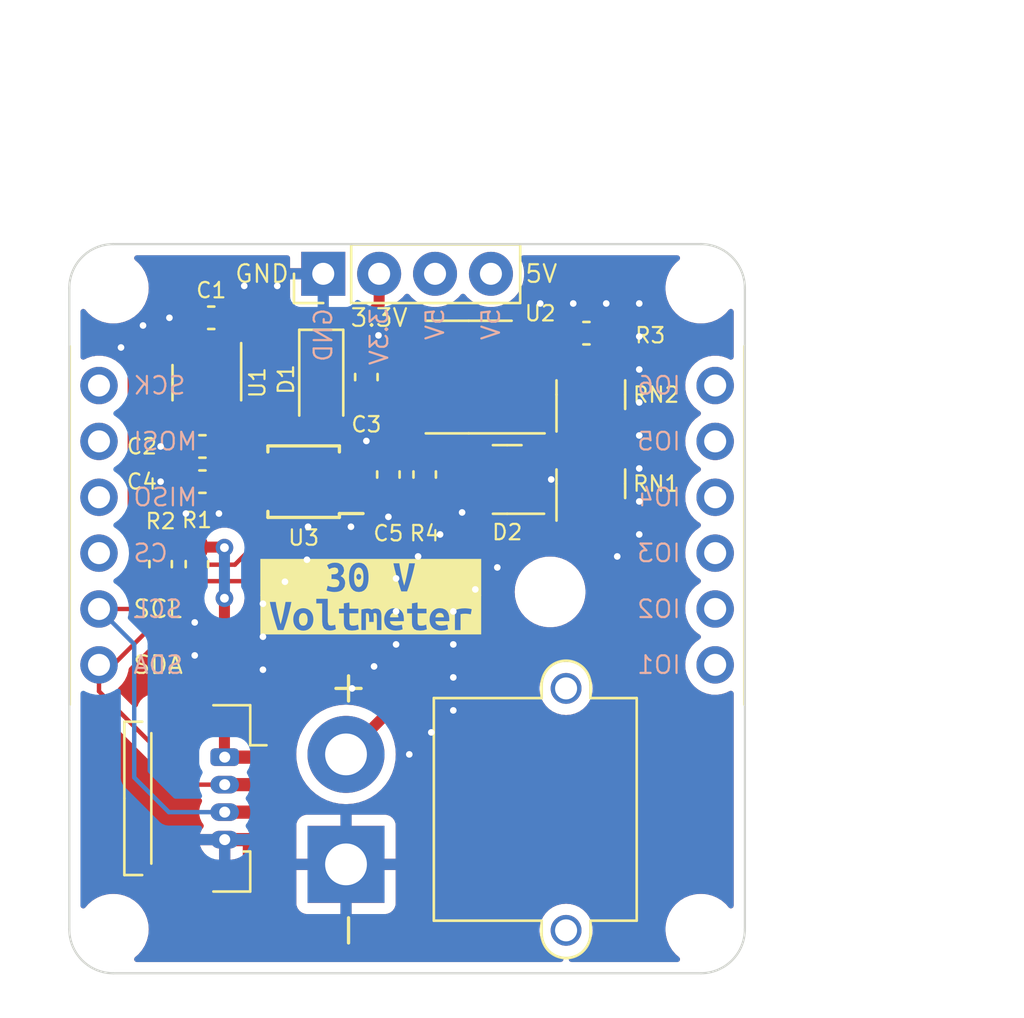
<source format=kicad_pcb>
(kicad_pcb (version 20211014) (generator pcbnew)
  (layers (0 "F.Cu" signal) (31 "B.Cu" signal) (34 "B.Paste" user) (35 "F.Paste" user) (36 "B.SilkS" user "B.Silkscreen") (37 "F.SilkS" user "F.Silkscreen") (38 "B.Mask" user) (39 "F.Mask" user) (44 "Edge.Cuts" user))
  (net 0 "")
  (net 1 "+3.3V")
  (net 2 "GND")
  (net 4 "+3V0")
  (net 5 "/VIN_DIV")
  (net 7 "/VIN+")
  (net 8 "/VOUT")
  (net 9 "/A2-")
  (net 11 "/AIN0")
  (net 14 "/SDA")
  (net 15 "/SCL")
  (net 16 "/A2+{slash}A1-")
  (net 17 "/A1_OUT")
  (footprint "Capacitor_SMD:C_0603_1608Metric" (layer "F.Cu") (at 132.95 93.65 180)
    (fp_text reference "C2" (at 2 0) (layer "F.SilkS") (effects (font (size 0.7 0.7) (thickness 0.1)) (justify right)))
    (fp_text value "1uF")
    (fp_line (start -0.14058 -0.51) (end 0.14058 -0.51) (layer "F.SilkS") (width 0.12))
    (fp_line (start -0.14058 0.51) (end 0.14058 0.51) (layer "F.SilkS") (width 0.12))
    (pad "1" smd roundrect (at -0.775 0 180) (size 0.9 0.95) (layers "F.Cu" "F.Paste" "F.Mask") (net 4 "+3V0"))
    (pad "2" smd roundrect (at 0.775 0 180) (size 0.9 0.95) (layers "F.Cu" "F.Paste" "F.Mask") (net 2 "GND"))
  )
  (footprint "Package_TO_SOT_SMD:SOT-23" (layer "F.Cu") (at 150.6 95.345 90)
    (fp_text reference "RN1" (at 0 1.85) (layer "F.SilkS") (effects (font (size 0.7 0.7) (thickness 0.1)) (justify left)))
    (fp_text value "MPMA10019001AT1")
    (fp_line (start 0 1.56) (end -0.65 1.56) (layer "F.SilkS") (width 0.12))
    (fp_line (start 0 -1.56) (end 0.65 -1.56) (layer "F.SilkS") (width 0.12))
    (fp_line (start 0 -1.56) (end -1.675 -1.56) (layer "F.SilkS") (width 0.12))
    (fp_line (start 0 1.56) (end 0.65 1.56) (layer "F.SilkS") (width 0.12))
    (pad "1" smd roundrect (at -0.9375 -0.95 90) (size 1.475 0.6) (layers "F.Cu" "F.Paste" "F.Mask") (net 2 "GND"))
    (pad "2" smd roundrect (at -0.9375 0.95 90) (size 1.475 0.6) (layers "F.Cu" "F.Paste" "F.Mask") (net 7 "/VIN+"))
    (pad "3" smd roundrect (at 0.9375 0 90) (size 1.475 0.6) (layers "F.Cu" "F.Paste" "F.Mask") (net 5 "/VIN_DIV"))
  )
  (footprint "Capacitor_SMD:C_0603_1608Metric" (layer "F.Cu") (at 131.05 99 -90)
    (fp_text reference "R2" (at -1.95 0 180) (layer "F.SilkS") (effects (font (size 0.7 0.7) (thickness 0.1))))
    (fp_text value "DNP")
    (fp_line (start -0.14058 -0.51) (end 0.14058 -0.51) (layer "F.SilkS") (width 0.12))
    (fp_line (start -0.14058 0.51) (end 0.14058 0.51) (layer "F.SilkS") (width 0.12))
    (pad "1" smd roundrect (at -0.775 0 270) (size 0.9 0.95) (layers "F.Cu" "F.Paste" "F.Mask") (net 1 "+3.3V"))
    (pad "2" smd roundrect (at 0.775 0 270) (size 0.9 0.95) (layers "F.Cu" "F.Paste" "F.Mask") (net 15 "/SCL"))
  )
  (footprint "Capacitor_SMD:C_0603_1608Metric" (layer "F.Cu") (at 141.4 94.925 -90)
    (fp_text reference "C5" (at 2.675 0 180) (layer "F.SilkS") (effects (font (size 0.7 0.7) (thickness 0.1))))
    (fp_text value "1uF")
    (fp_line (start -0.14058 -0.51) (end 0.14058 -0.51) (layer "F.SilkS") (width 0.12))
    (fp_line (start -0.14058 0.51) (end 0.14058 0.51) (layer "F.SilkS") (width 0.12))
    (pad "1" smd roundrect (at -0.775 0 270) (size 0.9 0.95) (layers "F.Cu" "F.Paste" "F.Mask") (net 11 "/AIN0"))
    (pad "2" smd roundrect (at 0.775 0 270) (size 0.9 0.95) (layers "F.Cu" "F.Paste" "F.Mask") (net 2 "GND"))
  )
  (footprint "0_connectors:AMASS_XT30PW-M_1x02_P2.50mm_Horizontal" (layer "F.Cu") (at 139.475 112.65 -90)
    (fp_text reference "J1" hide)
    (fp_text value "XT30PW-M")
    (fp_text user "-" (at 3 0 -270) (layer "F.SilkS") (effects (font (size 1.5 1.5))))
    (fp_text user "+" (at -8 0 -270) (layer "F.SilkS") (effects (font (size 1.5 1.5))))
    (fp_line (start 2.56 -11.11) (end 3.15 -11.11) (layer "F.SilkS") (width 0.12))
    (fp_line (start 2.56 -8.89) (end 3.15 -8.89) (layer "F.SilkS") (width 0.12))
    (fp_line (start 2.56 -13.21) (end 2.56 -11.11) (layer "F.SilkS") (width 0.12))
    (fp_line (start -7.56 -3.99) (end 2.56 -3.99) (layer "F.SilkS") (width 0.12))
    (fp_line (start -7.56 -8.89) (end -7.56 -3.99) (layer "F.SilkS") (width 0.12))
    (fp_line (start -7.56 -13.21) (end -7.56 -11.11) (layer "F.SilkS") (width 0.12))
    (fp_line (start -8.15 -8.89) (end -7.56 -8.89) (layer "F.SilkS") (width 0.12))
    (fp_line (start -7.56 -13.21) (end 2.56 -13.21) (layer "F.SilkS") (width 0.12))
    (fp_line (start 2.56 -8.89) (end 2.56 -3.99) (layer "F.SilkS") (width 0.12))
    (fp_line (start -8.15 -11.11) (end -7.56 -11.11) (layer "F.SilkS") (width 0.12))
    (fp_arc (start 3.15 -11.11) (mid 4.26 -10) (end 3.15 -8.89) (layer "F.SilkS") (width 0.12))
    (fp_arc (start -8.15 -8.89) (mid -9.26 -10) (end -8.15 -11.11) (layer "F.SilkS") (width 0.12))
    (pad "" thru_hole circle (at 3 -10 270) (size 1.4 1.4) (drill 1) (layers *.Cu *.Mask))
    (pad "" thru_hole circle (at -8 -10 270) (size 1.4 1.4) (drill 1) (layers *.Cu *.Mask))
    (pad "1" thru_hole rect (at 0 0 270) (size 3.5 3.5) (drill 1.9) (layers *.Cu *.Mask) (net 2 "GND"))
    (pad "2" thru_hole circle (at -5 0 270) (size 3.5 3.5) (drill 1.9) (layers *.Cu *.Mask) (net 7 "/VIN+"))
  )
  (footprint "Package_TO_SOT_SMD:SOT-23" (layer "F.Cu") (at 146.8 95.15 180)
    (fp_text reference "D2" (at 0 -2.4) (layer "F.SilkS") (effects (font (size 0.7 0.7) (thickness 0.1))))
    (fp_text value "DAZ23C3V0-7-F")
    (fp_line (start 0 -1.56) (end -1.675 -1.56) (layer "F.SilkS") (width 0.12))
    (fp_line (start 0 1.56) (end -0.65 1.56) (layer "F.SilkS") (width 0.12))
    (fp_line (start 0 1.56) (end 0.65 1.56) (layer "F.SilkS") (width 0.12))
    (fp_line (start 0 -1.56) (end 0.65 -1.56) (layer "F.SilkS") (width 0.12))
    (pad "1" smd roundrect (at -0.9375 -0.95 180) (size 1.475 0.6) (layers "F.Cu" "F.Paste" "F.Mask") (net 2 "GND"))
    (pad "2" smd roundrect (at -0.9375 0.95 180) (size 1.475 0.6) (layers "F.Cu" "F.Paste" "F.Mask") (net 5 "/VIN_DIV"))
    (pad "3" smd roundrect (at 0.9375 0 180) (size 1.475 0.6) (layers "F.Cu" "F.Paste" "F.Mask"))
  )
  (footprint "Package_SO:TSSOP-10_3x3mm_P0.5mm" (layer "F.Cu") (at 137.55 95.25 180)
    (fp_text reference "U3" (at 0 -2.55) (layer "F.SilkS") (effects (font (size 0.7 0.7) (thickness 0.1))))
    (fp_text value "ADS1113IDGS")
    (fp_line (start -1.625 1.625) (end 1.625 1.625) (layer "F.SilkS") (width 0.15))
    (fp_line (start -1.625 1.625) (end -1.625 1.35) (layer "F.SilkS") (width 0.15))
    (fp_line (start 1.625 -1.625) (end 1.625 -1.35) (layer "F.SilkS") (width 0.15))
    (fp_line (start -1.625 -1.45) (end -2.7 -1.45) (layer "F.SilkS") (width 0.15))
    (fp_line (start -1.625 -1.625) (end -1.625 -1.45) (layer "F.SilkS") (width 0.15))
    (fp_line (start -1.625 -1.625) (end 1.625 -1.625) (layer "F.SilkS") (width 0.15))
    (fp_line (start 1.625 1.625) (end 1.625 1.35) (layer "F.SilkS") (width 0.15))
    (pad "1" smd rect (at -2.15 -1 180) (size 1.1 0.25) (layers "F.Cu" "F.Paste" "F.Mask") (net 2 "GND"))
    (pad "2" smd rect (at -2.15 -0.5 180) (size 1.1 0.25) (layers "F.Cu" "F.Paste" "F.Mask"))
    (pad "3" smd rect (at -2.15 0 180) (size 1.1 0.25) (layers "F.Cu" "F.Paste" "F.Mask") (net 2 "GND"))
    (pad "4" smd rect (at -2.15 0.5 180) (size 1.1 0.25) (layers "F.Cu" "F.Paste" "F.Mask") (net 11 "/AIN0"))
    (pad "5" smd rect (at -2.15 1 180) (size 1.1 0.25) (layers "F.Cu" "F.Paste" "F.Mask") (net 2 "GND"))
    (pad "6" smd rect (at 2.15 1 180) (size 1.1 0.25) (layers "F.Cu" "F.Paste" "F.Mask"))
    (pad "7" smd rect (at 2.15 0.5 180) (size 1.1 0.25) (layers "F.Cu" "F.Paste" "F.Mask"))
    (pad "8" smd rect (at 2.15 0 180) (size 1.1 0.25) (layers "F.Cu" "F.Paste" "F.Mask") (net 4 "+3V0"))
    (pad "9" smd rect (at 2.15 -0.5 180) (size 1.1 0.25) (layers "F.Cu" "F.Paste" "F.Mask") (net 14 "/SDA"))
    (pad "10" smd rect (at 2.15 -1 180) (size 1.1 0.25) (layers "F.Cu" "F.Paste" "F.Mask") (net 15 "/SCL"))
  )
  (footprint "Package_SO:SOIC-8_3.9x4.9mm_P1.27mm" (layer "F.Cu") (at 145.050001 90.495 180)
    (fp_text reference "U2" (at -3.249999 2.895) (layer "F.SilkS") (effects (font (size 0.7 0.7) (thickness 0.1))))
    (fp_text value "OPA2336")
    (fp_line (start 0 2.56) (end 1.95 2.56) (layer "F.SilkS") (width 0.12))
    (fp_line (start 0 2.56) (end -1.95 2.56) (layer "F.SilkS") (width 0.12))
    (fp_line (start 0 -2.56) (end -3.45 -2.56) (layer "F.SilkS") (width 0.12))
    (fp_line (start 0 -2.56) (end 1.95 -2.56) (layer "F.SilkS") (width 0.12))
    (pad "1" smd roundrect (at -2.475 -1.905 180) (size 1.95 0.6) (layers "F.Cu" "F.Paste" "F.Mask") (net 8 "/VOUT"))
    (pad "2" smd roundrect (at -2.475 -0.635 180) (size 1.95 0.6) (layers "F.Cu" "F.Paste" "F.Mask") (net 9 "/A2-"))
    (pad "3" smd roundrect (at -2.475 0.635 180) (size 1.95 0.6) (layers "F.Cu" "F.Paste" "F.Mask") (net 16 "/A2+{slash}A1-"))
    (pad "4" smd roundrect (at -2.475 1.905 180) (size 1.95 0.6) (layers "F.Cu" "F.Paste" "F.Mask") (net 2 "GND"))
    (pad "5" smd roundrect (at 2.475 1.905 180) (size 1.95 0.6) (layers "F.Cu" "F.Paste" "F.Mask") (net 2 "GND"))
    (pad "6" smd roundrect (at 2.475 0.635 180) (size 1.95 0.6) (layers "F.Cu" "F.Paste" "F.Mask") (net 16 "/A2+{slash}A1-"))
    (pad "7" smd roundrect (at 2.475 -0.635 180) (size 1.95 0.6) (layers "F.Cu" "F.Paste" "F.Mask") (net 17 "/A1_OUT"))
    (pad "8" smd roundrect (at 2.475 -1.905 180) (size 1.95 0.6) (layers "F.Cu" "F.Paste" "F.Mask") (net 4 "+3V0"))
  )
  (footprint "kibuzzard-638A3310" (layer "F.Cu") (at 140.6 101.3)
    (fp_text reference "kibuzzard-638A3310" hide)
    (fp_text value "G***" hide)
    (fp_poly (pts (xy -3.264853 0.211534) (xy -3.253244 0.329168) (xy -3.218418 0.422037) (xy -3.157795 0.482402) (xy -3.068796 0.502523) (xy -2.981861 0.482402) (xy -2.919174 0.422037) (xy -2.881253 0.329168) (xy -2.868613 0.211534) (xy -2.880221 0.094159) (xy -2.915047 0.002064) (xy -2.97567 -0.057527) (xy -3.064669 -0.077391) (xy -3.151604 -0.057527) (xy -3.214291 0.002064) (xy -3.252212 0.094159) (xy -3.264853 0.211534)) (layer "F.SilkS") (width 0) (fill solid))
    (fp_poly (pts (xy 3.322638 0.118666) (xy 3.312319 0.043339) (xy 3.279299 -0.021669) (xy 3.221514 -0.068104) (xy 3.134836 -0.085646) (xy 3.049191 -0.069136) (xy 2.989342 -0.023733) (xy 2.952194 0.042307) (xy 2.934653 0.118666) (xy 3.322638 0.118666)) (layer "F.SilkS") (width 0) (fill solid))
    (fp_poly (pts (xy -4.587716 -0.895324) (xy -5.017664 -0.895324) (xy -5.017664 0.895324) (xy -4.587716 0.895324) (xy -4.230688 0.895324) (xy -4.230688 0.696516) (xy -4.281765 0.54483) (xy -4.335939 0.374571) (xy -4.372398 0.254988) (xy -4.407482 0.135634) (xy -4.44119 0.01651) (xy -4.473063 -0.100321) (xy -4.502644 -0.212796) (xy -4.529931 -0.320913) (xy -4.563983 -0.465376) (xy -4.587716 -0.580946) (xy -4.319429 -0.580946) (xy -4.303951 -0.473889) (xy -4.282281 -0.350838) (xy -4.256226 -0.217726) (xy -4.227592 -0.080486) (xy -4.196636 0.057785) (xy -4.163616 0.193992) (xy -4.129822 0.322203) (xy -4.096544 0.436483) (xy -4.063524 0.323751) (xy -4.030504 0.196056) (xy -3.998516 0.059849) (xy -3.968591 -0.078423) (xy -3.940731 -0.21592) (xy -3.914934 -0.349806) (xy -3.892233 -0.473631) (xy -3.873659 -0.580946) (xy -3.607435 -0.580946) (xy -3.635038 -0.449898) (xy -3.668316 -0.304403) (xy -3.707011 -0.147816) (xy -3.750866 0.01651) (xy -3.782854 0.129328) (xy -3.816906 0.243523) (xy -3.853021 0.359093) (xy -3.890627 0.474089) (xy -3.929151 0.586564) (xy -3.968591 0.696516) (xy -4.230688 0.696516) (xy -4.230688 0.895324) (xy -3.064669 0.895324) (xy -3.064669 0.723344) (xy -3.162955 0.714058) (xy -3.251438 0.686197) (xy -3.329345 0.64131) (xy -3.395901 0.580946) (xy -3.449816 0.506393) (xy -3.489801 0.418941) (xy -3.514566 0.319623) (xy -3.522821 0.209471) (xy -3.514308 0.100866) (xy -3.488769 0.002064) (xy -3.44801 -0.08513) (xy -3.393837 -0.158909) (xy -3.327023 -0.218242) (xy -3.248343 -0.262096) (xy -3.160117 -0.289183) (xy -3.064669 -0.298212) (xy -2.96793 -0.289183) (xy -2.879963 -0.262096) (xy -2.802057 -0.218242) (xy -2.735501 -0.158909) (xy -2.681585 -0.08513) (xy -2.6416 0.002064) (xy -2.616835 0.100866) (xy -2.60858 0.209471) (xy -2.616835 0.319623) (xy -2.6416 0.418941) (xy -2.681327 0.506393) (xy -2.734469 0.580946) (xy -2.800251 0.64131) (xy -2.877899 0.686197) (xy -2.966383 0.714058) (xy -3.064669 0.723344) (xy -3.064669 0.895324) (xy -1.871821 0.895324) (xy -1.871821 0.719217) (xy -2.023507 0.693162) (xy -2.127726 0.614998) (xy -2.188091 0.486787) (xy -2.208213 0.310594) (xy -2.208213 -0.512842) (xy -2.4765 -0.512842) (xy -2.4765 -0.723344) (xy -1.954371 -0.723344) (xy -1.954371 0.329168) (xy -1.91516 0.463312) (xy -1.8161 0.498396) (xy -1.688148 0.477758) (xy -1.620044 0.450929) (xy -1.587024 0.655241) (xy -1.614884 0.669687) (xy -1.671638 0.691356) (xy -1.757283 0.710962) (xy -1.871821 0.719217) (xy -1.871821 0.895324) (xy -0.854393 0.895324) (xy -0.854393 0.719217) (xy -1.011238 0.704771) (xy -1.126808 0.649049) (xy -1.199039 0.532448) (xy -1.217612 0.445512) (xy -1.223804 0.335359) (xy -1.223804 -0.062944) (xy -1.444625 -0.062944) (xy -1.444625 -0.273447) (xy -1.223804 -0.273447) (xy -1.223804 -0.516969) (xy -0.969963 -0.558244) (xy -0.969963 -0.273447) (xy -0.563404 -0.273447) (xy -0.563404 -0.062944) (xy -0.969963 -0.062944) (xy -0.969963 0.329168) (xy -0.959644 0.415846) (xy -0.930751 0.467439) (xy -0.885349 0.492204) (xy -0.8255 0.498396) (xy -0.760492 0.496332) (xy -0.702707 0.489109) (xy -0.644922 0.473631) (xy -0.579914 0.446802) (xy -0.54483 0.665559) (xy -0.696516 0.706834) (xy -0.854393 0.719217) (xy -0.854393 0.895324) (xy 0.484981 0.895324) (xy 0.484981 0.696516) (xy 0.278606 0.696516) (xy 0.278606 0.104219) (xy 0.271383 0.011351) (xy 0.252809 -0.042307) (xy 0.225981 -0.067072) (xy 0.193993 -0.073263) (xy 0.154781 -0.070168) (xy 0.117634 -0.058817) (xy 0.127952 0.027861) (xy 0.13208 0.133112) (xy 0.13208 0.327104) (xy -0.074295 0.327104) (xy -0.074295 0.104219) (xy -0.093901 -0.034052) (xy -0.156845 -0.073263) (xy -0.186769 -0.071199) (xy -0.220821 -0.065008) (xy -0.220821 0.696516) (xy -0.427196 0.696516) (xy -0.427196 -0.236299) (xy -0.268288 -0.271383) (xy -0.130016 -0.283766) (xy -0.034052 -0.270351) (xy 0.039211 -0.225981) (xy 0.121761 -0.266224) (xy 0.220821 -0.283766) (xy 0.352901 -0.259001) (xy 0.434419 -0.184706) (xy 0.474662 -0.059849) (xy 0.482402 0.021927) (xy 0.484981 0.116602) (xy 0.484981 0.696516) (xy 0.484981 0.895324) (xy 1.141254 0.895324) (xy 1.141254 0.719217) (xy 1.023878 0.71122) (xy 0.919401 0.687229) (xy 0.828596 0.647502) (xy 0.752237 0.592296) (xy 0.691098 0.521871) (xy 0.645954 0.436483) (xy 0.618093 0.335875) (xy 0.608806 0.219789) (xy 0.618609 0.099576) (xy 0.648018 -0.005159) (xy 0.69342 -0.094159) (xy 0.751205 -0.167164) (xy 0.819825 -0.224175) (xy 0.897731 -0.265192) (xy 0.981313 -0.289957) (xy 1.066959 -0.298212) (xy 1.19858 -0.28411) (xy 1.307271 -0.241803) (xy 1.393031 -0.171291) (xy 1.454944 -0.073722) (xy 1.492091 0.049759) (xy 1.504474 0.199152) (xy 1.503442 0.250746) (xy 1.500346 0.294084) (xy 0.870903 0.294084) (xy 0.890508 0.378956) (xy 0.949325 0.443706) (xy 1.039098 0.484723) (xy 1.151572 0.498396) (xy 1.297067 0.481886) (xy 1.413669 0.448866) (xy 1.448753 0.665559) (xy 1.308417 0.703739) (xy 1.141254 0.719217) (xy 1.141254 0.895324) (xy 2.241232 0.895324) (xy 2.241232 0.719217) (xy 2.084387 0.704771) (xy 1.968818 0.649049) (xy 1.896586 0.532448) (xy 1.878012 0.445512) (xy 1.871821 0.335359) (xy 1.871821 -0.062944) (xy 1.651 -0.062944) (xy 1.651 -0.273447) (xy 1.871821 -0.273447) (xy 1.871821 -0.516969) (xy 2.125663 -0.558244) (xy 2.125663 -0.273447) (xy 2.532221 -0.273447) (xy 2.532221 -0.062944) (xy 2.125663 -0.062944) (xy 2.125663 0.329168) (xy 2.135981 0.415846) (xy 2.164874 0.467439) (xy 2.210276 0.492204) (xy 2.270125 0.498396) (xy 2.335133 0.496332) (xy 2.392918 0.489109) (xy 2.450703 0.473631) (xy 2.515711 0.446802) (xy 2.550795 0.665559) (xy 2.399109 0.706834) (xy 2.241232 0.719217) (xy 2.241232 0.895324) (xy 3.205004 0.895324) (xy 3.205004 0.719217) (xy 3.087628 0.71122) (xy 2.983151 0.687229) (xy 2.892346 0.647502) (xy 2.815987 0.592296) (xy 2.754848 0.521871) (xy 2.709704 0.436483) (xy 2.681843 0.335875) (xy 2.672556 0.219789) (xy 2.682359 0.099576) (xy 2.711768 -0.005159) (xy 2.75717 -0.094159) (xy 2.814955 -0.167164) (xy 2.883575 -0.224175) (xy 2.961481 -0.265192) (xy 3.045063 -0.289957) (xy 3.130709 -0.298212) (xy 3.26233 -0.28411) (xy 3.371021 -0.241803) (xy 3.456781 -0.171291) (xy 3.518694 -0.073722) (xy 3.555841 0.049759) (xy 3.568224 0.199152) (xy 3.567192 0.250746) (xy 3.564096 0.294084) (xy 2.934653 0.294084) (xy 2.954258 0.378956) (xy 3.013075 0.443706) (xy 3.102848 0.484723) (xy 3.215323 0.498396) (xy 3.360817 0.481886) (xy 3.477419 0.448866) (xy 3.512503 0.665559) (xy 3.372167 0.703739) (xy 3.205004 0.719217) (xy 3.205004 0.895324) (xy 4.080034 0.895324) (xy 4.080034 0.696516) (xy 3.824129 0.696516) (xy 3.824129 -0.209471) (xy 3.926542 -0.243007) (xy 4.031536 -0.269319) (xy 4.146848 -0.286345) (xy 4.280218 -0.292021) (xy 4.339034 -0.289957) (xy 4.420553 -0.282734) (xy 4.508262 -0.270351) (xy 4.587716 -0.250746) (xy 4.542314 -0.015478) (xy 4.483497 -0.027861) (xy 4.414361 -0.039211) (xy 4.346258 -0.046434) (xy 4.290536 -0.048498) (xy 4.185285 -0.043339) (xy 4.080034 -0.023733) (xy 4.080034 0.696516) (xy 4.080034 0.895324) (xy 4.587716 0.895324) (xy 5.017664 0.895324) (xy 5.017664 -0.895324) (xy 4.587716 -0.895324) (xy -4.587716 -0.895324)) (layer "F.SilkS") (width 0) (fill solid))
    (fp_poly (pts (xy 1.258888 0.118666) (xy 1.248569 0.043339) (xy 1.215549 -0.021669) (xy 1.157764 -0.068104) (xy 1.071086 -0.085646) (xy 0.985441 -0.069136) (xy 0.925592 -0.023733) (xy 0.888444 0.042307) (xy 0.870903 0.118666) (xy 1.258888 0.118666)) (layer "F.SilkS") (width 0) (fill solid))
  )
  (footprint "MountingHole:MountingHole_2.2mm_M2" (layer "F.Cu") (at 155.6 115.6)
    (fp_text reference "H2" hide)
    (fp_text value "MountingHole")
    (pad "" np_thru_hole circle (at 0 0) (size 2.2 2.2) (drill 2.2) (layers *.Cu *.Mask))
  )
  (footprint "Capacitor_SMD:C_0603_1608Metric" (layer "F.Cu") (at 140.4 90.495 -90)
    (fp_text reference "C3" (at 2.155 0 180) (layer "F.SilkS") (effects (font (size 0.7 0.7) (thickness 0.1))))
    (fp_text value "62pF")
    (fp_line (start -0.14058 0.51) (end 0.14058 0.51) (layer "F.SilkS") (width 0.12))
    (fp_line (start -0.14058 -0.51) (end 0.14058 -0.51) (layer "F.SilkS") (width 0.12))
    (pad "1" smd roundrect (at -0.775 0 270) (size 0.9 0.95) (layers "F.Cu" "F.Paste" "F.Mask") (net 16 "/A2+{slash}A1-"))
    (pad "2" smd roundrect (at 0.775 0 270) (size 0.9 0.95) (layers "F.Cu" "F.Paste" "F.Mask") (net 17 "/A1_OUT"))
  )
  (footprint "Capacitor_SMD:C_0603_1608Metric" (layer "F.Cu") (at 150.4 88.5 180)
    (fp_text reference "R3" (at -2.15 -0.1) (layer "F.SilkS") (effects (font (size 0.7 0.7) (thickness 0.1)) (justify left)))
    (fp_text value "100k")
    (fp_line (start -0.14058 -0.51) (end 0.14058 -0.51) (layer "F.SilkS") (width 0.12))
    (fp_line (start -0.14058 0.51) (end 0.14058 0.51) (layer "F.SilkS") (width 0.12))
    (pad "1" smd roundrect (at -0.775 0 180) (size 0.9 0.95) (layers "F.Cu" "F.Paste" "F.Mask") (net 5 "/VIN_DIV"))
    (pad "2" smd roundrect (at 0.775 0 180) (size 0.9 0.95) (layers "F.Cu" "F.Paste" "F.Mask") (net 16 "/A2+{slash}A1-"))
  )
  (footprint "MountingHole:MountingHole_2.2mm_M2" (layer "F.Cu") (at 128.9 86.45)
    (fp_text reference "H1" hide)
    (fp_text value "MountingHole")
    (pad "" np_thru_hole circle (at 0 0) (size 2.2 2.2) (drill 2.2) (layers *.Cu *.Mask))
  )
  (footprint "Capacitor_SMD:C_0603_1608Metric" (layer "F.Cu") (at 133.35 87.8 180)
    (fp_text reference "C1" (at 0 1.25) (layer "F.SilkS") (effects (font (size 0.7 0.7) (thickness 0.1))))
    (fp_text value "1uF")
    (fp_line (start -0.14058 0.51) (end 0.14058 0.51) (layer "F.SilkS") (width 0.12))
    (fp_line (start -0.14058 -0.51) (end 0.14058 -0.51) (layer "F.SilkS") (width 0.12))
    (pad "1" smd roundrect (at -0.775 0 180) (size 0.9 0.95) (layers "F.Cu" "F.Paste" "F.Mask") (net 1 "+3.3V"))
    (pad "2" smd roundrect (at 0.775 0 180) (size 0.9 0.95) (layers "F.Cu" "F.Paste" "F.Mask") (net 2 "GND"))
  )
  (footprint "kibuzzard-638A335E" (layer "F.Cu") (at 140.6 99.6)
    (fp_text reference "kibuzzard-638A335E" hide)
    (fp_text value "G***" hide)
    (fp_poly (pts (xy -0.331232 -0.002064) (xy -0.337308 -0.136322) (xy -0.355538 -0.247421) (xy -0.385921 -0.335359) (xy -0.453251 -0.421263) (xy -0.545862 -0.449898) (xy -0.637183 -0.421263) (xy -0.704771 -0.335359) (xy -0.735727 -0.247421) (xy -0.754301 -0.136322) (xy -0.760492 -0.002064) (xy -0.754301 0.133341) (xy -0.735727 0.245128) (xy -0.704771 0.333296) (xy -0.637183 0.419199) (xy -0.545862 0.447834) (xy -0.543798 0.447196) (xy -0.543798 0.113506) (xy -0.628412 0.073263) (xy -0.659368 -0.022701) (xy -0.628412 -0.119698) (xy -0.543798 -0.160973) (xy -0.46228 -0.119698) (xy -0.430292 -0.022701) (xy -0.46228 0.073263) (xy -0.543798 0.113506) (xy -0.543798 0.447196) (xy -0.453251 0.419199) (xy -0.385921 0.333296) (xy -0.355538 0.245128) (xy -0.337308 0.133341) (xy -0.331232 -0.002064)) (layer "F.SilkS") (width 0) (fill solid))
    (fp_poly (pts (xy -2.009061 -0.83857) (xy -5.018696 -0.83857) (xy -5.018696 0.83857) (xy -2.009061 0.83857) (xy -1.654096 0.83857) (xy -1.654096 0.666591) (xy -1.754188 0.659368) (xy -1.855311 0.641826) (xy -1.945084 0.619125) (xy -2.009061 0.596424) (xy -1.959531 0.383857) (xy -1.836738 0.427196) (xy -1.75393 0.444222) (xy -1.656159 0.449898) (xy -1.545491 0.435967) (xy -1.473518 0.394176) (xy -1.420892 0.255905) (xy -1.441013 0.170001) (xy -1.501378 0.114538) (xy -1.592699 0.084356) (xy -1.705689 0.074295) (xy -1.784112 0.074295) (xy -1.784112 -0.136208) (xy -1.689179 -0.136208) (xy -1.610757 -0.144463) (xy -1.540589 -0.171291) (xy -1.490028 -0.220821) (xy -1.470422 -0.299244) (xy -1.512729 -0.409654) (xy -1.629331 -0.449898) (xy -1.772761 -0.426164) (xy -1.895554 -0.367348) (xy -1.986359 -0.553085) (xy -1.838801 -0.628412) (xy -1.741031 -0.657046) (xy -1.631394 -0.666591) (xy -1.531045 -0.659884) (xy -1.444625 -0.639763) (xy -1.313577 -0.564436) (xy -1.237218 -0.449898) (xy -1.212453 -0.307499) (xy -1.255792 -0.160973) (xy -1.371362 -0.053658) (xy -1.283395 -0.00258) (xy -1.217613 0.068104) (xy -1.176595 0.156329) (xy -1.162923 0.260032) (xy -1.191816 0.423069) (xy -1.280557 0.552053) (xy -1.348661 0.600551) (xy -1.433274 0.636667) (xy -1.534914 0.65911) (xy -1.654096 0.666591) (xy -1.654096 0.83857) (xy -0.545862 0.83857) (xy -0.545862 0.666591) (xy -0.678859 0.648247) (xy -0.788926 0.593213) (xy -0.876062 0.501491) (xy -0.925721 0.408107) (xy -0.961192 0.293053) (xy -0.982474 0.156329) (xy -0.989568 -0.002064) (xy -0.982345 -0.158651) (xy -0.960676 -0.294084) (xy -0.92456 -0.408365) (xy -0.873998 -0.501491) (xy -0.786174 -0.593213) (xy -0.676795 -0.648247) (xy -0.545862 -0.666591) (xy -0.412865 -0.648361) (xy -0.302798 -0.593672) (xy -0.215662 -0.502523) (xy -0.166003 -0.409719) (xy -0.130532 -0.295374) (xy -0.10925 -0.159489) (xy -0.102156 -0.002064) (xy -0.10925 0.156329) (xy -0.130532 0.293053) (xy -0.166003 0.408107) (xy -0.215662 0.501491) (xy -0.302798 0.593213) (xy -0.412865 0.648247) (xy -0.545862 0.666591) (xy -0.545862 0.83857) (xy 1.385808 0.83857) (xy 1.385808 0.639762) (xy 1.33473 0.488077) (xy 1.280557 0.317817) (xy 1.244097 0.198235) (xy 1.209014 0.078881) (xy 1.175306 -0.040243) (xy 1.143432 -0.157074) (xy 1.113852 -0.269549) (xy 1.086564 -0.377666) (xy 1.052512 -0.522129) (xy 1.028779 -0.637699) (xy 1.297067 -0.637699) (xy 1.312545 -0.530642) (xy 1.334214 -0.407591) (xy 1.360269 -0.274479) (xy 1.388904 -0.137239) (xy 1.41986 0.001032) (xy 1.45288 0.137239) (xy 1.486674 0.26545) (xy 1.519952 0.37973) (xy 1.552972 0.266998) (xy 1.585992 0.139303) (xy 1.61798 0.003096) (xy 1.647904 -0.135176) (xy 1.675765 -0.272673) (xy 1.701562 -0.406559) (xy 1.724263 -0.530384) (xy 1.742837 -0.637699) (xy 2.009061 -0.637699) (xy 1.981458 -0.506651) (xy 1.94818 -0.361156) (xy 1.909485 -0.204569) (xy 1.86563 -0.040243) (xy 1.833642 0.072575) (xy 1.79959 0.186769) (xy 1.763474 0.302339) (xy 1.725868 0.417336) (xy 1.687345 0.52981) (xy 1.647904 0.639762) (xy 1.385808 0.639762) (xy 1.385808 0.83857) (xy 2.009061 0.83857) (xy 5.018696 0.83857) (xy 5.018696 -0.83857) (xy 2.009061 -0.83857) (xy -2.009061 -0.83857)) (layer "F.SilkS") (width 0) (fill solid))
  )
  (footprint "Capacitor_SMD:C_0603_1608Metric" (layer "F.Cu") (at 132.7 99 -90)
    (fp_text reference "R1" (at -2 0 180) (layer "F.SilkS") (effects (font (size 0.7 0.7) (thickness 0.1))))
    (fp_text value "DNP")
    (fp_line (start -0.14058 0.51) (end 0.14058 0.51) (layer "F.SilkS") (width 0.12))
    (fp_line (start -0.14058 -0.51) (end 0.14058 -0.51) (layer "F.SilkS") (width 0.12))
    (pad "1" smd roundrect (at -0.775 0 270) (size 0.9 0.95) (layers "F.Cu" "F.Paste" "F.Mask") (net 1 "+3.3V"))
    (pad "2" smd roundrect (at 0.775 0 270) (size 0.9 0.95) (layers "F.Cu" "F.Paste" "F.Mask") (net 14 "/SDA"))
  )
  (footprint "0_connectors:Hat_connector_hole" (layer "F.Cu") (at 142.25 94.69)
    (fp_text reference "J3" hide)
    (fp_text value "Hat_connector_hole")
    (fp_text user "IO3" (at 12.5 3.81 unlocked) (layer "B.SilkS") (effects (font (size 0.8 0.8) (thickness 0.1)) (justify left mirror)))
    (fp_text user "5V" (at 1.27 -7.39 90 unlocked) (layer "B.SilkS") (effects (font (size 0.8 0.8) (thickness 0.1)) (justify left mirror)))
    (fp_text user "5V" (at 3.81 -7.39 90 unlocked) (layer "B.SilkS") (effects (font (size 0.8 0.8) (thickness 0.1)) (justify left mirror)))
    (fp_text user "3.3V" (at -1.27 -7.39 90 unlocked) (layer "B.SilkS") (effects (font (size 0.8 0.8) (thickness 0.1)) (justify left mirror)))
    (fp_text user "IO6" (at 12.5 -3.81 unlocked) (layer "B.SilkS") (effects (font (size 0.8 0.8) (thickness 0.1)) (justify left mirror)))
    (fp_text user "MOSI" (at -12.5 -1.27 unlocked) (layer "B.SilkS") (effects (font (size 0.8 0.8) (thickness 0.1)) (justify right mirror)))
    (fp_text user "IO5" (at 12.5 -1.27 unlocked) (layer "B.SilkS") (effects (font (size 0.8 0.8) (thickness 0.1)) (justify left mirror)))
    (fp_text user "MISO" (at -12.5 1.27 unlocked) (layer "B.SilkS") (effects (font (size 0.8 0.8) (thickness 0.1)) (justify right mirror)))
    (fp_text user "IO2" (at 12.5 6.35 unlocked) (layer "B.SilkS") (effects (font (size 0.8 0.8) (thickness 0.1)) (justify left mirror)))
    (fp_text user "SDA" (at -12.5 8.89 unlocked) (layer "B.SilkS") (effects (font (size 0.8 0.8) (thickness 0.1)) (justify right mirror)))
    (fp_text user "SCL" (at -12.5 6.35 unlocked) (layer "B.SilkS") (effects (font (size 0.8 0.8) (thickness 0.1)) (justify right mirror)))
    (fp_text user "CS" (at -12.5 3.81 unlocked) (layer "B.SilkS") (effects (font (size 0.8 0.8) (thickness 0.1)) (justify right mirror)))
    (fp_text user "IO4" (at 12.5 1.27 unlocked) (layer "B.SilkS") (effects (font (size 0.8 0.8) (thickness 0.1)) (justify left mirror)))
    (fp_text user "GND" (at -3.81 -7.39 90 unlocked) (layer "B.SilkS") (effects (font (size 0.8 0.8) (thickness 0.1)) (justify left mirror)))
    (fp_text user "SCK" (at -12.5 -3.81 unlocked) (layer "B.SilkS") (effects (font (size 0.8 0.8) (thickness 0.1)) (justify right mirror)))
    (fp_text user "IO1" (at 12.5 8.89 unlocked) (layer "B.SilkS") (effects (font (size 0.8 0.8) (thickness 0.1)) (justify left mirror)))
    (fp_text user "5V" (at 5.31 -8.89 unlocked) (layer "F.SilkS") (effects (font (size 0.8 0.8) (thickness 0.1)) (justify left)))
    (fp_text user "3.3V" (at -1.27 -6.89 unlocked) (layer "F.SilkS") (effects (font (size 0.8 0.8) (thickness 0.1))))
    (fp_text user "SCL" (at -12.5 6.35 unlocked) (layer "F.SilkS") (effects (font (size 0.8 0.8) (thickness 0.1)) (justify left)))
    (fp_text user "GND" (at -5.31 -8.89 unlocked) (layer "F.SilkS") (effects (font (size 0.8 0.8) (thickness 0.1)) (justify right)))
    (fp_text user "SDA" (at -12.5 8.89 unlocked) (layer "F.SilkS") (effects (font (size 0.8 0.8) (thickness 0.1)) (justify left)))
    (fp_line (start -2.54 -7.56) (end -2.54 -10.22) (layer "F.SilkS") (width 0.12))
    (fp_line (start 5.14 -7.56) (end 5.14 -10.22) (layer "F.SilkS") (width 0.12))
    (fp_line (start 15.33 -5.6) (end 15.33 10.7) (layer "F.SilkS") (width 0.12))
    (fp_line (start -5.14 -7.56) (end -5.14 -8.89) (layer "F.SilkS") (width 0.12))
    (fp_line (start -2.54 -10.22) (end 5.14 -10.22) (layer "F.SilkS") (width 0.12))
    (fp_line (start -2.54 -7.56) (end 5.14 -7.56) (layer "F.SilkS") (width 0.12))
    (fp_line (start -15.33 -5.6) (end -15.33 10.7) (layer "F.SilkS") (width 0.12))
    (fp_line (start -3.81 -7.56) (end -5.14 -7.56) (layer "F.SilkS") (width 0.12))
    (pad "" np_thru_hole circle (at 6.5 5.5725) (size 2.2 2.2) (drill 2.2) (layers *.Cu *.Mask))
    (pad "1" thru_hole rect (at -3.81 -8.89 90) (size 2 2) (drill 1) (layers *.Cu *.Mask) (net 2 "GND"))
    (pad "2" thru_hole oval (at -1.27 -8.89 90) (size 2 2) (drill 1) (layers *.Cu *.Mask) (net 1 "+3.3V"))
    (pad "3" thru_hole oval (at -14 -3.81) (size 1.7 1.7) (drill 1) (layers *.Cu *.Mask))
    (pad "4" thru_hole oval (at -14 -1.27) (size 1.7 1.7) (drill 1) (layers *.Cu *.Mask))
    (pad "5" thru_hole oval (at -14 1.27) (size 1.7 1.7) (drill 1) (layers *.Cu *.Mask))
    (pad "6" thru_hole oval (at -14 3.81) (size 1.7 1.7) (drill 1) (layers *.Cu *.Mask))
    (pad "7" thru_hole oval (at -14 6.35) (size 1.7 1.7) (drill 1) (layers *.Cu *.Mask) (net 15 "/SCL"))
    (pad "8" thru_hole oval (at -14 8.89) (size 1.7 1.7) (drill 1) (layers *.Cu *.Mask) (net 14 "/SDA"))
    (pad "9" thru_hole oval (at 14 8.89) (size 1.7 1.7) (drill 1) (layers *.Cu *.Mask))
    (pad "10" thru_hole oval (at 14 6.35) (size 1.7 1.7) (drill 1) (layers *.Cu *.Mask))
    (pad "11" thru_hole oval (at 14 3.81) (size 1.7 1.7) (drill 1) (layers *.Cu *.Mask))
    (pad "12" thru_hole oval (at 14 1.27) (size 1.7 1.7) (drill 1) (layers *.Cu *.Mask))
    (pad "13" thru_hole oval (at 14 -1.27) (size 1.7 1.7) (drill 1) (layers *.Cu *.Mask))
    (pad "14" thru_hole oval (at 14 -3.81) (size 1.7 1.7) (drill 1) (layers *.Cu *.Mask))
    (pad "15" thru_hole oval (at 1.27 -8.89 90) (size 2 2) (drill 1) (layers *.Cu *.Mask))
    (pad "16" thru_hole oval (at 3.81 -8.89 90) (size 2 2) (drill 1) (layers *.Cu *.Mask))
  )
  (footprint "Diode_SMD:D_SOD-123" (layer "F.Cu") (at 138.35 90.594999 -90)
    (fp_text reference "D1" (at 0.005001 1.6 90) (layer "F.SilkS") (effects (font (size 0.7 0.7) (thickness 0.1))))
    (fp_text value "1N4148W")
    (fp_line (start -2.25 -1) (end -2.25 1) (layer "F.SilkS") (width 0.12))
    (fp_line (start -2.25 1) (end 1.65 1) (layer "F.SilkS") (width 0.12))
    (fp_line (start -2.25 -1) (end 1.65 -1) (layer "F.SilkS") (width 0.12))
    (pad "1" smd rect (at -1.65 0 270) (size 0.9 1.2) (layers "F.Cu" "F.Paste" "F.Mask") (net 16 "/A2+{slash}A1-"))
    (pad "2" smd rect (at 1.65 0 270) (size 0.9 1.2) (layers "F.Cu" "F.Paste" "F.Mask") (net 17 "/A1_OUT"))
  )
  (footprint "MountingHole:MountingHole_2.2mm_M2" (layer "F.Cu") (at 128.9 115.6)
    (fp_text reference "H4" hide)
    (fp_text value "MountingHole")
    (pad "" np_thru_hole circle (at 0 0) (size 2.2 2.2) (drill 2.2) (layers *.Cu *.Mask))
  )
  (footprint "0_connectors:Picoblade_JST-GH-1x04_1.25mm_Horizontal" (layer "F.Cu") (at 133.1875 109.65 -90)
    (fp_text reference "J2" hide)
    (fp_text value "JST_Picoblade_I2C")
    (fp_line (start -2.415 -1.935) (end -2.415 -2.675) (layer "F.SilkS") (width 0.12))
    (fp_line (start -3.485 3.785) (end 0 3.785) (layer "F.SilkS") (width 0.12))
    (fp_line (start 2.415 -1.935) (end 4.235 -1.935) (layer "F.SilkS") (width 0.12))
    (fp_line (start -2.965 2.56) (end 2.965 2.56) (layer "F.SilkS") (width 0.12))
    (fp_line (start 3.485 3.785) (end 0 3.785) (layer "F.SilkS") (width 0.12))
    (fp_line (start -2.415 -1.935) (end -4.235 -1.935) (layer "F.SilkS") (width 0.12))
    (fp_line (start -4.235 -0.26) (end -4.235 -1.935) (layer "F.SilkS") (width 0.12))
    (fp_line (start 3.485 2.975) (end 3.485 3.785) (layer "F.SilkS") (width 0.12))
    (fp_line (start 4.235 -0.26) (end 4.235 -1.935) (layer "F.SilkS") (width 0.12))
    (fp_line (start -3.485 2.975) (end -3.485 3.785) (layer "F.SilkS") (width 0.12))
    (fp_line (start 2.415 -1.635) (end 2.415 -1.935) (layer "F.SilkS") (width 0.12))
    (pad "1" thru_hole roundrect (at -1.875 -0.775 270) (size 0.8 1.3) (drill 0.5) (layers *.Cu *.Mask) (net 1 "+3.3V"))
    (pad "1" smd roundrect (at -1.875 -1.85 270) (size 0.6 1.7) (layers "F.Cu" "F.Paste" "F.Mask") (net 1 "+3.3V"))
    (pad "2" smd roundrect (at -0.625 -1.85 270) (size 0.6 1.7) (layers "F.Cu" "F.Paste" "F.Mask") (net 14 "/SDA"))
    (pad "2" thru_hole oval (at -0.625 -0.775 270) (size 0.8 1.3) (drill 0.5) (layers *.Cu *.Mask) (net 14 "/SDA"))
    (pad "3" thru_hole oval (at 0.625 -0.775 270) (size 0.8 1.3) (drill 0.5) (layers *.Cu *.Mask) (net 15 "/SCL"))
    (pad "3" smd roundrect (at 0.625 -1.85 270) (size 0.6 1.7) (layers "F.Cu" "F.Paste" "F.Mask") (net 15 "/SCL"))
    (pad "4" smd roundrect (at 1.875 -1.85 270) (size 0.6 1.7) (layers "F.Cu" "F.Paste" "F.Mask") (net 2 "GND"))
    (pad "4" thru_hole oval (at 1.875 -0.775 270) (size 0.8 1.3) (drill 0.5) (layers *.Cu *.Mask) (net 2 "GND"))
    (pad "MP" smd roundrect (at -3.725 1.35 270) (size 1 2.7) (layers "F.Cu" "F.Paste" "F.Mask"))
    (pad "MP" smd roundrect (at 3.725 1.35 270) (size 1 2.7) (layers "F.Cu" "F.Paste" "F.Mask"))
  )
  (footprint "MountingHole:MountingHole_2.2mm_M2" (layer "F.Cu") (at 155.6 86.45)
    (fp_text reference "H3" hide)
    (fp_text value "MountingHole")
    (pad "" np_thru_hole circle (at 0 0) (size 2.2 2.2) (drill 2.2) (layers *.Cu *.Mask))
  )
  (footprint "Capacitor_SMD:C_0603_1608Metric" (layer "F.Cu") (at 143.05 94.924999 90)
    (fp_text reference "R4" (at -2.675001 0 180) (layer "F.SilkS") (effects (font (size 0.7 0.7) (thickness 0.1))))
    (fp_text value "100R")
    (fp_line (start -0.14058 0.51) (end 0.14058 0.51) (layer "F.SilkS") (width 0.12))
    (fp_line (start -0.14058 -0.51) (end 0.14058 -0.51) (layer "F.SilkS") (width 0.12))
    (pad "1" smd roundrect (at -0.775 0 90) (size 0.9 0.95) (layers "F.Cu" "F.Paste" "F.Mask") (net 8 "/VOUT"))
    (pad "2" smd roundrect (at 0.775 0 90) (size 0.9 0.95) (layers "F.Cu" "F.Paste" "F.Mask") (net 11 "/AIN0"))
  )
  (footprint "Package_TO_SOT_SMD:SOT-23" (layer "F.Cu") (at 150.6 91.295 90)
    (fp_text reference "RN2" (at -0.005 1.85 180) (layer "F.SilkS") (effects (font (size 0.7 0.7) (thickness 0.1)) (justify left)))
    (fp_text value "MPMT2003AT1")
    (fp_line (start 0 -1.56) (end -1.675 -1.56) (layer "F.SilkS") (width 0.12))
    (fp_line (start 0 -1.56) (end 0.65 -1.56) (layer "F.SilkS") (width 0.12))
    (fp_line (start 0 1.56) (end -0.65 1.56) (layer "F.SilkS") (width 0.12))
    (fp_line (start 0 1.56) (end 0.65 1.56) (layer "F.SilkS") (width 0.12))
    (pad "1" smd roundrect (at -0.9375 -0.95 90) (size 1.475 0.6) (layers "F.Cu" "F.Paste" "F.Mask") (net 8 "/VOUT"))
    (pad "2" smd roundrect (at -0.9375 0.95 90) (size 1.475 0.6) (layers "F.Cu" "F.Paste" "F.Mask") (net 5 "/VIN_DIV"))
    (pad "3" smd roundrect (at 0.9375 0 90) (size 1.475 0.6) (layers "F.Cu" "F.Paste" "F.Mask") (net 9 "/A2-"))
  )
  (footprint "Package_TO_SOT_SMD:SOT-23-5" (layer "F.Cu") (at 133.15 90.75 -90)
    (fp_text reference "U1" (at 0 -2.3 90) (layer "F.SilkS") (effects (font (size 0.7 0.7) (thickness 0.1))))
    (fp_text value "TPS7A2030PDBVR")
    (fp_line (start 0 1.56) (end -0.8 1.56) (layer "F.SilkS") (width 0.12))
    (fp_line (start 0 1.56) (end 0.8 1.56) (layer "F.SilkS") (width 0.12))
    (fp_line (start 0 -1.56) (end 0.8 -1.56) (layer "F.SilkS") (width 0.12))
    (fp_line (start 0 -1.56) (end -1.8 -1.56) (layer "F.SilkS") (width 0.12))
    (pad "1" smd roundrect (at -1.1375 -0.95 270) (size 1.325 0.6) (layers "F.Cu" "F.Paste" "F.Mask") (net 1 "+3.3V"))
    (pad "2" smd roundrect (at -1.1375 0 270) (size 1.325 0.6) (layers "F.Cu" "F.Paste" "F.Mask") (net 2 "GND"))
    (pad "3" smd roundrect (at -1.1375 0.95 270) (size 1.325 0.6) (layers "F.Cu" "F.Paste" "F.Mask") (net 1 "+3.3V"))
    (pad "4" smd roundrect (at 1.1375 0.95 270) (size 1.325 0.6) (layers "F.Cu" "F.Paste" "F.Mask"))
    (pad "5" smd roundrect (at 1.1375 -0.95 270) (size 1.325 0.6) (layers "F.Cu" "F.Paste" "F.Mask") (net 4 "+3V0"))
  )
  (footprint "Capacitor_SMD:C_0603_1608Metric" (layer "F.Cu") (at 132.95 95.25 180)
    (fp_text reference "C4" (at 2 0) (layer "F.SilkS") (effects (font (size 0.7 0.7) (thickness 0.1)) (justify right)))
    (fp_text value "0.1uF")
    (fp_line (start -0.14058 0.51) (end 0.14058 0.51) (layer "F.SilkS") (width 0.12))
    (fp_line (start -0.14058 -0.51) (end 0.14058 -0.51) (layer "F.SilkS") (width 0.12))
    (pad "1" smd roundrect (at -0.775 0 180) (size 0.9 0.95) (layers "F.Cu" "F.Paste" "F.Mask") (net 4 "+3V0"))
    (pad "2" smd roundrect (at 0.775 0 180) (size 0.9 0.95) (layers "F.Cu" "F.Paste" "F.Mask") (net 2 "GND"))
  )
  (gr_line (start 126.9 115.6) (end 126.9 86.45) (layer "Edge.Cuts") (width 0.1))
  (gr_line (start 155.6 117.6) (end 128.9 117.6) (layer "Edge.Cuts") (width 0.1))
  (gr_line (start 157.6 86.45) (end 157.6 115.6) (layer "Edge.Cuts") (width 0.1))
  (gr_arc (start 126.9 86.45) (mid 127.485787 85.035787) (end 128.9 84.45) (layer "Edge.Cuts") (width 0.1))
  (gr_line (start 128.9 84.45) (end 155.6 84.45) (layer "Edge.Cuts") (width 0.1))
  (gr_arc (start 128.9 117.6) (mid 127.485787 117.014213) (end 126.9 115.6) (layer "Edge.Cuts") (width 0.1))
  (gr_arc (start 157.6 115.6) (mid 157.014213 117.014213) (end 155.6 117.6) (layer "Edge.Cuts") (width 0.1))
  (gr_arc (start 155.6 84.45) (mid 157.014213 85.035787) (end 157.6 86.45) (layer "Edge.Cuts") (width 0.1))
  (segment (start 132.7 98.225) (end 133.925 98.225) (width 0.5) (layer "F.Cu") (net 1))
  (segment (start 133.925 98.225) (end 133.95 98.25) (width 0.5) (layer "F.Cu") (net 1))
  (segment (start 132.2 90.173528) (end 132.751472 90.725) (width 0.5) (layer "F.Cu") (net 1))
  (segment (start 132.751472 90.725) (end 133.548528 90.725) (width 0.5) (layer "F.Cu") (net 1))
  (segment (start 133.95 103.05) (end 133.95 107.7625) (width 0.5) (layer "F.Cu") (net 1))
  (segment (start 133.95 100.55) (end 133.95 103.05) (width 0.5) (layer "F.Cu") (net 1))
  (segment (start 134.125 87.8) (end 134.125 89.5875) (width 0.5) (layer "F.Cu") (net 1))
  (segment (start 134.125 89.5875) (end 134.1 89.6125) (width 0.5) (layer "F.Cu") (net 1))
  (segment (start 140.394213 87.8) (end 140.98 87.214213) (width 0.5) (layer "F.Cu") (net 1))
  (segment (start 129.8 97.45) (end 129.8 90.55) (width 0.5) (layer "F.Cu") (net 1))
  (segment (start 134.1 90.173528) (end 134.1 89.6125) (width 0.5) (layer "F.Cu") (net 1))
  (segment (start 130.7375 89.6125) (end 132.2 89.6125) (width 0.5) (layer "F.Cu") (net 1))
  (segment (start 140.98 87.214213) (end 140.98 85.8) (width 0.5) (layer "F.Cu") (net 1))
  (segment (start 133.95 107.7625) (end 133.9625 107.775) (width 0.5) (layer "F.Cu") (net 1))
  (segment (start 132.7 98.225) (end 131.05 98.225) (width 0.5) (layer "F.Cu") (net 1))
  (segment (start 129.8 90.55) (end 130.7375 89.6125) (width 0.5) (layer "F.Cu") (net 1))
  (segment (start 133.548528 90.725) (end 134.1 90.173528) (width 0.5) (layer "F.Cu") (net 1))
  (segment (start 130.575 98.225) (end 129.8 97.45) (width 0.5) (layer "F.Cu") (net 1))
  (segment (start 131.05 98.225) (end 130.575 98.225) (width 0.5) (layer "F.Cu") (net 1))
  (segment (start 134.125 87.8) (end 140.394213 87.8) (width 0.5) (layer "F.Cu") (net 1))
  (segment (start 132.2 89.6125) (end 132.2 90.173528) (width 0.5) (layer "F.Cu") (net 1))
  (via (at 133.95 100.55) (size 0.8) (drill 0.4) (layers "F.Cu" "B.Cu") (net 1))
  (via (at 133.95 98.25) (size 0.8) (drill 0.4) (layers "F.Cu" "B.Cu") (net 1))
  (segment (start 133.95 98.25) (end 133.95 100.55) (width 0.5) (layer "B.Cu") (net 1))
  (segment (start 140.4 93.55) (end 139.7 94.25) (width 0.3) (layer "F.Cu") (net 2))
  (segment (start 139.7 97.3) (end 139.7 96.25) (width 0.3) (layer "F.Cu") (net 2))
  (segment (start 147.7375 96.1) (end 147.7375 95.5125) (width 0.5) (layer "F.Cu") (net 2))
  (segment (start 139.7 95.25) (end 140.95 95.25) (width 0.3) (layer "F.Cu") (net 2))
  (segment (start 140.4 93.4) (end 140.4 93.55) (width 0.3) (layer "F.Cu") (net 2))
  (segment (start 147.7375 95.5125) (end 148.1 95.15) (width 0.5) (layer "F.Cu") (net 2))
  (segment (start 140.95 95.25) (end 141.4 95.7) (width 0.3) (layer "F.Cu") (net 2))
  (segment (start 148.1 95.15) (end 148.8 95.15) (width 0.5) (layer "F.Cu") (net 2))
  (segment (start 133.15 88.375) (end 132.575 87.8) (width 0.5) (layer "F.Cu") (net 2))
  (segment (start 149.65 96) (end 148.8 95.15) (width 0.5) (layer "F.Cu") (net 2))
  (segment (start 149.65 96.2825) (end 149.65 96) (width 0.5) (layer "F.Cu") (net 2))
  (segment (start 133.15 89.6125) (end 133.15 88.375) (width 0.5) (layer "F.Cu") (net 2))
  (via (at 143.35 106.65) (size 0.7) (drill 0.3) (layers "F.Cu" "B.Cu") (net 2))
  (via (at 152.8 93.15) (size 0.7) (drill 0.3) (layers "F.Cu" "B.Cu") (net 2))
  (via (at 132.6 101.65) (size 0.7) (drill 0.3) (layers "F.Cu" "B.Cu") (net 2))
  (via (at 133.7 96.7) (size 0.7) (drill 0.3) (layers "F.Cu" "B.Cu") (net 2))
  (via (at 132.6 103.15) (size 0.7) (drill 0.3) (layers "F.Cu" "B.Cu") (net 2))
  (via (at 148.8 95.15) (size 0.7) (drill 0.3) (layers "F.Cu" "B.Cu") (net 2))
  (via (at 152.8 96.15) (size 0.7) (drill 0.3) (layers "F.Cu" "B.Cu") (net 2))
  (via (at 131.05 95.25) (size 0.7) (drill 0.3) (layers "F.Cu" "B.Cu") (net 2))
  (via (at 129.25 89.15) (size 0.7) (drill 0.3) (layers "F.Cu" "B.Cu") (net 2))
  (via (at 131.05 93.65) (size 0.7) (drill 0.3) (layers "F.Cu" "B.Cu") (net 2))
  (via (at 148.3 87.15) (size 0.7) (drill 0.3) (layers "F.Cu" "B.Cu") (net 2))
  (via (at 144.75 96.65) (size 0.7) (drill 0.3) (layers "F.Cu" "B.Cu") (net 2))
  (via (at 141.75 102.65) (size 0.7) (drill 0.3) (layers "F.Cu" "B.Cu") (net 2))
  (via (at 140.75 103.65) (size 0.7) (drill 0.3) (layers "F.Cu" "B.Cu") (net 2))
  (via (at 146.35 99.15) (size 0.7) (drill 0.3) (layers "F.Cu" "B.Cu") (net 2))
  (via (at 152.8 90.15) (size 0.7) (drill 0.3) (layers "F.Cu" "B.Cu") (net 2))
  (via (at 141.75 101.15) (size 0.7) (drill 0.3) (layers "F.Cu" "B.Cu") (net 2))
  (via (at 152.8 94.65) (size 0.7) (drill 0.3) (layers "F.Cu" "B.Cu") (net 2))
  (via (at 142.35 107.65) (size 0.7) (drill 0.3) (layers "F.Cu" "B.Cu") (net 2))
  (via (at 135.7 103.8) (size 0.7) (drill 0.3) (layers "F.Cu" "B.Cu") (net 2))
  (via (at 136.35 86.35) (size 0.7) (drill 0.3) (layers "F.Cu" "B.Cu") (net 2))
  (via (at 141.75 99.65) (size 0.7) (drill 0.3) (layers "F.Cu" "B.Cu") (net 2))
  (via (at 152.8 88.65) (size 0.7) (drill 0.3) (layers "F.Cu" "B.Cu") (net 2))
  (via (at 144.35 104.15) (size 0.7) (drill 0.3) (layers "F.Cu" "B.Cu") (net 2))
  (via (at 139.75 104.65) (size 0.7) (drill 0.3) (layers "F.Cu" "B.Cu") (net 2))
  (via (at 151.8 98.65) (size 0.7) (drill 0.3) (layers "F.Cu" "B.Cu") (net 2))
  (via (at 152.8 87.15) (size 0.7) (drill 0.3) (layers "F.Cu" "B.Cu") (net 2))
  (via (at 140.4 93.4) (size 0.7) (drill 0.3) (layers "F.Cu" "B.Cu") (net 2))
  (via (at 152.8 91.65) (size 0.7) (drill 0.3) (layers "F.Cu" "B.Cu") (net 2))
  (via (at 137.75 97.3) (size 0.7) (drill 0.3) (layers "F.Cu" "B.Cu") (net 2))
  (via (at 142.75 98.65) (size 0.7) (drill 0.3) (layers "F.Cu" "B.Cu") (net 2))
  (via (at 135.7 102.3) (size 0.7) (drill 0.3) (layers "F.Cu" "B.Cu") (net 2))
  (via (at 137.7 98.8) (size 0.7) (drill 0.3) (layers "F.Cu" "B.Cu") (net 2))
  (via (at 135.7 100.8) (size 0.7) (drill 0.3) (layers "F.Cu" "B.Cu") (net 2))
  (via (at 143.75 97.65) (size 0.7) (drill 0.3) (layers "F.Cu" "B.Cu") (net 2))
  (via (at 134.85 86.35) (size 0.7) (drill 0.3) (layers "F.Cu" "B.Cu") (net 2))
  (via (at 145.35 100.15) (size 0.7) (drill 0.3) (layers "F.Cu" "B.Cu") (net 2))
  (via (at 151.3 87.15) (size 0.7) (drill 0.3) (layers "F.Cu" "B.Cu") (net 2))
  (via (at 131.45 87.8) (size 0.7) (drill 0.3) (layers "F.Cu" "B.Cu") (net 2))
  (via (at 149.8 87.15) (size 0.7) (drill 0.3) (layers "F.Cu" "B.Cu") (net 2))
  (via (at 144.35 102.65) (size 0.7) (drill 0.3) (layers "F.Cu" "B.Cu") (net 2))
  (via (at 130.25 88.15) (size 0.7) (drill 0.3) (layers "F.Cu" "B.Cu") (net 2))
  (via (at 139.7 97.3) (size 0.7) (drill 0.3) (layers "F.Cu" "B.Cu") (net 2))
  (via (at 141.4 96.85) (size 0.7) (drill 0.3) (layers "F.Cu" "B.Cu") (net 2))
  (via (at 144.35 105.65) (size 0.7) (drill 0.3) (layers "F.Cu" "B.Cu") (net 2))
  (via (at 132.2 96.7) (size 0.7) (drill 0.3) (layers "F.Cu" "B.Cu") (net 2))
  (via (at 152.8 97.65) (size 0.7) (drill 0.3) (layers "F.Cu" "B.Cu") (net 2))
  (via (at 136.7 99.8) (size 0.7) (drill 0.3) (layers "F.Cu" "B.Cu") (net 2))
  (via (at 140.95 88.6) (size 0.7) (drill 0.3) (layers "F.Cu" "B.Cu") (net 2))
  (via (at 144.35 101.15) (size 0.7) (drill 0.3) (layers "F.Cu" "B.Cu") (net 2))
  (segment (start 140.144999 92.4) (end 142.575001 92.4) (width 0.5) (layer "F.Cu") (net 4))
  (segment (start 139.144999 93.4) (end 140.144999 92.4) (width 0.5) (layer "F.Cu") (net 4))
  (segment (start 133.725 93.65) (end 133.725 92.2625) (width 0.5) (layer "F.Cu") (net 4))
  (segment (start 133.725 92.2625) (end 134.1 91.8875) (width 0.5) (layer "F.Cu") (net 4))
  (segment (start 135.4 95.25) (end 133.725 95.25) (width 0.3) (layer "F.Cu") (net 4))
  (segment (start 133.725 93.65) (end 133.725 95.25) (width 0.5) (layer "F.Cu") (net 4))
  (segment (start 134.1 91.8875) (end 135.6125 93.4) (width 0.5) (layer "F.Cu") (net 4))
  (segment (start 135.6125 93.4) (end 139.144999 93.4) (width 0.5) (layer "F.Cu") (net 4))
  (segment (start 151.55 88.875) (end 151.55 92.2325) (width 0.5) (layer "F.Cu") (net 5))
  (segment (start 151.55 92.2325) (end 151.55 93.4575) (width 0.5) (layer "F.Cu") (net 5))
  (segment (start 147.7375 94.2) (end 150.3925 94.2) (width 0.5) (layer "F.Cu") (net 5))
  (segment (start 151.175 88.5) (end 151.55 88.875) (width 0.5) (layer "F.Cu") (net 5))
  (segment (start 150.3925 94.2) (end 150.6 94.4075) (width 0.5) (layer "F.Cu") (net 5))
  (segment (start 151.55 93.4575) (end 150.6 94.4075) (width 0.5) (layer "F.Cu") (net 5))
  (segment (start 151.55 97.05) (end 151 97.6) (width 0.5) (layer "F.Cu") (net 7))
  (segment (start 151 97.6) (end 145.925 97.6) (width 0.5) (layer "F.Cu") (net 7))
  (segment (start 145.925 97.6) (end 143.025 100.5) (width 0.5) (layer "F.Cu") (net 7))
  (segment (start 151.55 96.2825) (end 151.55 97.05) (width 0.5) (layer "F.Cu") (net 7))
  (segment (start 143.025 103.425) (end 143.025 104.1) (width 0.5) (layer "F.Cu") (net 7))
  (segment (start 143.025 104.1) (end 139.475 107.65) (width 0.5) (layer "F.Cu") (net 7))
  (segment (start 143.025 100.5) (end 143.025 103.425) (width 0.5) (layer "F.Cu") (net 7))
  (segment (start 143.05 95.699999) (end 143.600001 95.699999) (width 0.5) (layer "F.Cu") (net 8))
  (segment (start 143.600001 95.699999) (end 144.35 94.95) (width 0.5) (layer "F.Cu") (net 8))
  (segment (start 145.45 92.4) (end 147.525001 92.4) (width 0.5) (layer "F.Cu") (net 8))
  (segment (start 147.525001 92.4) (end 149.4825 92.4) (width 0.5) (layer "F.Cu") (net 8))
  (segment (start 149.4825 92.4) (end 149.65 92.2325) (width 0.5) (layer "F.Cu") (net 8))
  (segment (start 144.35 94.95) (end 144.35 93.5) (width 0.5) (layer "F.Cu") (net 8))
  (segment (start 144.35 93.5) (end 145.45 92.4) (width 0.5) (layer "F.Cu") (net 8))
  (segment (start 147.525001 91.13) (end 148.52 91.13) (width 0.5) (layer "F.Cu") (net 9))
  (segment (start 149.2925 90.3575) (end 150.6 90.3575) (width 0.5) (layer "F.Cu") (net 9))
  (segment (start 148.52 91.13) (end 149.2925 90.3575) (width 0.5) (layer "F.Cu") (net 9))
  (segment (start 140.8 94.75) (end 141.4 94.15) (width 0.3) (layer "F.Cu") (net 11))
  (segment (start 139.7 94.75) (end 140.8 94.75) (width 0.3) (layer "F.Cu") (net 11))
  (segment (start 141.4 94.15) (end 143.05 94.149999) (width 0.3) (layer "F.Cu") (net 11))
  (segment (start 132.492919 109.025) (end 133.9625 109.025) (width 0.2) (layer "F.Cu") (net 14))
  (segment (start 136.55 96.15) (end 136.15 95.75) (width 0.2) (layer "F.Cu") (net 14))
  (segment (start 136.15 95.75) (end 135.4 95.75) (width 0.2) (layer "F.Cu") (net 14))
  (segment (start 135.025 99.775) (end 136.55 98.25) (width 0.2) (layer "F.Cu") (net 14))
  (segment (start 128.895 103.58) (end 128.25 103.58) (width 0.2) (layer "F.Cu") (net 14))
  (segment (start 128.25 104.782081) (end 132.492919 109.025) (width 0.2) (layer "F.Cu") (net 14))
  (segment (start 128.25 103.58) (end 128.25 104.782081) (width 0.2) (layer "F.Cu") (net 14))
  (segment (start 132.7 99.775) (end 128.895 103.58) (width 0.2) (layer "F.Cu") (net 14))
  (segment (start 132.7 99.775) (end 135.025 99.775) (width 0.2) (layer "F.Cu") (net 14))
  (segment (start 136.55 98.25) (end 136.55 96.15) (width 0.2) (layer "F.Cu") (net 14))
  (segment (start 131.8 99.025) (end 134.425 99.025) (width 0.2) (layer "F.Cu") (net 15))
  (segment (start 131.05 99.775) (end 131.8 99.025) (width 0.2) (layer "F.Cu") (net 15))
  (segment (start 129.785 101.04) (end 128.25 101.04) (width 0.2) (layer "F.Cu") (net 15))
  (segment (start 135.4 98.05) (end 135.4 96.25) (width 0.2) (layer "F.Cu") (net 15))
  (segment (start 134.425 99.025) (end 135.4 98.05) (width 0.2) (layer "F.Cu") (net 15))
  (segment (start 131.05 99.775) (end 129.785 101.04) (width 0.2) (layer "F.Cu") (net 15))
  (segment (start 128.25 101.04) (end 129.85 102.64) (width 0.2) (layer "B.Cu") (net 15))
  (segment (start 129.85 108.7) (end 131.425 110.275) (width 0.2) (layer "B.Cu") (net 15))
  (segment (start 131.425 110.275) (end 133.9625 110.275) (width 0.2) (layer "B.Cu") (net 15))
  (segment (start 129.85 102.64) (end 129.85 108.7) (width 0.2) (layer "B.Cu") (net 15))
  (segment (start 139.125001 89.72) (end 138.35 88.944999) (width 0.5) (layer "F.Cu") (net 16))
  (segment (start 148.265 89.86) (end 149.625 88.5) (width 0.5) (layer "F.Cu") (net 16))
  (segment (start 147.525001 89.86) (end 148.265 89.86) (width 0.5) (layer "F.Cu") (net 16))
  (segment (start 147.525001 89.86) (end 142.575001 89.86) (width 0.5) (layer "F.Cu") (net 16))
  (segment (start 142.575001 89.86) (end 140.54 89.86) (width 0.5) (layer "F.Cu") (net 16))
  (segment (start 140.54 89.86) (end 140.4 89.72) (width 0.5) (layer "F.Cu") (net 16))
  (segment (start 140.4 89.72) (end 139.125001 89.72) (width 0.5) (layer "F.Cu") (net 16))
  (segment (start 142.575001 91.13) (end 140.54 91.13) (width 0.5) (layer "F.Cu") (net 17))
  (segment (start 140.54 91.13) (end 140.4 91.27) (width 0.5) (layer "F.Cu") (net 17))
  (segment (start 139.324999 91.27) (end 138.35 92.244999) (width 0.5) (layer "F.Cu") (net 17))
  (segment (start 140.4 91.27) (end 139.324999 91.27) (width 0.5) (layer "F.Cu") (net 17))
  (zone (net 0) (net_name "") (layer "F.Cu") (connect_pads (clearance 0)) (min_thickness 0.254)
    (keepout (tracks allowed) (vias allowed) (pads allowed) (copperpour not_allowed) (footprints allowed))
    (fill (thermal_gap 0.508) (thermal_bridge_width 0.508))
    (polygon (pts (xy 131.5 92.85) (xy 130.55 92.85) (xy 130.55 90.4) (xy 131.5 90.4)))
  )
  (zone (net 2) (net_name "GND") (layers F&B.Cu) (connect_pads (clearance 0.508)) (min_thickness 0.254) (fill yes (thermal_gap 0.508) (thermal_bridge_width 0.508))
    (polygon (pts (xy 157.7 117.7) (xy 126.8 117.7) (xy 126.8 84.35) (xy 157.7 84.35)))
  )
  (zone (net 0) (net_name "") (layer "F.Cu") (connect_pads (clearance 0)) (min_thickness 0.254)
    (keepout (tracks allowed) (vias allowed) (pads allowed) (copperpour not_allowed) (footprints allowed))
    (fill (thermal_gap 0.508) (thermal_bridge_width 0.508))
    (polygon (pts (xy 136.4 105.45) (xy 136.4 107.7) (xy 133.95 107.7) (xy 133.949999 105.45)))
  )
  (zone (net 0) (net_name "") (layer "F.Cu") (connect_pads (clearance 0)) (min_thickness 0.254)
    (keepout (tracks allowed) (vias allowed) (pads allowed) (copperpour not_allowed) (footprints allowed))
    (fill (thermal_gap 0.508) (thermal_bridge_width 0.508))
    (polygon (pts (xy 150.85 97.1) (xy 147.1 97.1) (xy 147.1 94.7) (xy 150.85 94.7)))
  )
)
</source>
